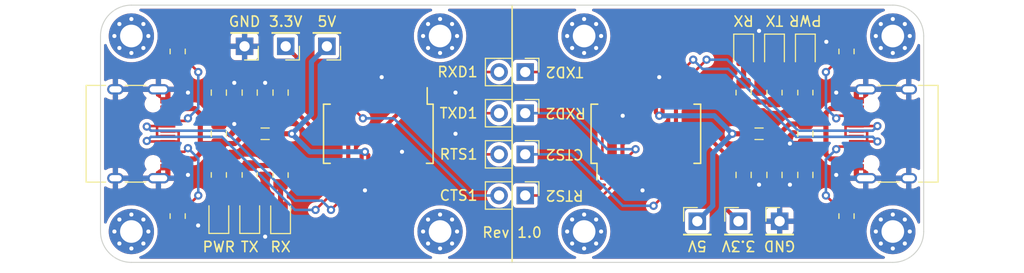
<source format=kicad_pcb>
(kicad_pcb (version 20211014) (generator pcbnew)
  (layers (0 "F.Cu" signal) (31 "B.Cu" signal) (34 "B.Paste" user) (35 "F.Paste" user) (36 "B.SilkS" user "B.Silkscreen") (37 "F.SilkS" user "F.Silkscreen") (38 "B.Mask" user) (39 "F.Mask" user) (44 "Edge.Cuts" user))
  (net 0 "")
  (net 1 "GND")
  (net 24 "Net-(C1-Pad2)")
  (net 25 "Net-(C2-Pad2)")
  (net 26 "Net-(C3-Pad2)")
  (net 27 "Net-(C4-Pad2)")
  (net 28 "Net-(C7-Pad1)")
  (net 29 "Net-(C8-Pad1)")
  (net 30 "Net-(D1-Pad1)")
  (net 31 "Net-(D1-Pad2)")
  (net 32 "Net-(D2-Pad2)")
  (net 33 "Net-(D2-Pad1)")
  (net 34 "Net-(D3-Pad1)")
  (net 35 "Net-(D3-Pad2)")
  (net 36 "Net-(D4-Pad2)")
  (net 37 "Net-(D4-Pad1)")
  (net 38 "Net-(D5-Pad2)")
  (net 39 "Net-(D6-Pad2)")
  (net 40 "Net-(FT1-Pad16)")
  (net 41 "Net-(FT1-Pad15)")
  (net 42 "Net-(FT1-Pad11)")
  (net 43 "Net-(FT1-Pad5)")
  (net 44 "Net-(FT1-Pad3)")
  (net 45 "Net-(FT1-Pad1)")
  (net 46 "Net-(FT2-Pad1)")
  (net 47 "Net-(FT2-Pad3)")
  (net 48 "Net-(FT2-Pad5)")
  (net 49 "Net-(FT2-Pad11)")
  (net 50 "Net-(FT2-Pad15)")
  (net 51 "Net-(FT2-Pad16)")
  (net 52 "Net-(J1-PadA5)")
  (net 53 "Net-(J1-PadB5)")
  (net 54 "Net-(J2-PadB5)")
  (net 55 "Net-(J2-PadA5)")
  (footprint "Package_SO:SSOP-28_5.3x10.2mm_P0.65mm" (layer "F.Cu") (at 124.5 90 -90)
    (fp_text reference "FT1" hide)
    (fp_text value "FT232RL")
  )
  (footprint "MountingHole:MountingHole_2.2mm_M2_Pad_Via" (layer "F.Cu") (at 144.5 99.5)
    (fp_text reference "REF**" hide)
    (fp_text value "MountingHole_2.2mm_M2_Pad_Via")
  )
  (footprint "Resistor_SMD:R_0805_2012Metric" (layer "F.Cu") (at 109 94 90)
    (fp_text reference "R5" hide)
    (fp_text value "560R")
  )
  (footprint "Resistor_SMD:R_0805_2012Metric" (layer "F.Cu") (at 105 98 90)
    (fp_text reference "R7" hide)
    (fp_text value "5.1kR")
  )
  (footprint "Connector_PinHeader_2.54mm:PinHeader_1x01_P2.54mm_Vertical" (layer "F.Cu") (at 111.5 81.5 180)
    (fp_text reference "TP5" hide)
    (fp_text value "TestPoint")
  )
  (footprint "Connector_PinHeader_2.54mm:PinHeader_1x01_P2.54mm_Vertical" (layer "F.Cu") (at 155.5 98.5)
    (fp_text reference "TP4" hide)
    (fp_text value "TestPoint")
  )
  (footprint "LED_SMD:LED_0805_2012Metric" (layer "F.Cu") (at 112 98 90)
    (fp_text reference "D3" hide)
    (fp_text value "LED")
  )
  (footprint "MountingHole:MountingHole_2.2mm_M2_Pad_Via" (layer "F.Cu") (at 144.5 80.5)
    (fp_text reference "REF**" hide)
    (fp_text value "MountingHole_2.2mm_M2_Pad_Via")
  )
  (footprint "Resistor_SMD:R_0805_2012Metric" (layer "F.Cu") (at 163 86 90)
    (fp_text reference "R4" hide)
    (fp_text value "560R")
  )
  (footprint "LED_SMD:LED_0805_2012Metric" (layer "F.Cu") (at 115 98.0125 90)
    (fp_text reference "D1" hide)
    (fp_text value "LED")
  )
  (footprint "Inductor_SMD:L_0805_2012Metric" (layer "F.Cu") (at 161.5 90)
    (fp_text reference "FB2" hide)
    (fp_text value "el")
  )
  (footprint "Connector_USB:USB_C_Receptacle_HRO_TYPE-C-31-M-12" (layer "F.Cu") (at 175 90 90)
    (fp_text reference "J2" hide)
    (fp_text value "USB_C_Receptacle_USB2.0")
  )
  (footprint "Connector_PinHeader_2.54mm:PinHeader_1x02_P2.54mm_Vertical" (layer "F.Cu") (at 138.775 92 -90)
    (fp_text reference "JP2" hide)
    (fp_text value "J_RTS1/CTS2")
  )
  (footprint "Resistor_SMD:R_0805_2012Metric" (layer "F.Cu") (at 115 94.0125 -90)
    (fp_text reference "R1" hide)
    (fp_text value "560R")
  )
  (footprint "Capacitor_SMD:C_0805_2012Metric" (layer "F.Cu") (at 115 86 -90)
    (fp_text reference "C1" hide)
    (fp_text value "100nF")
  )
  (footprint "Connector_PinHeader_2.54mm:PinHeader_1x01_P2.54mm_Vertical" (layer "F.Cu") (at 159.5 98.5)
    (fp_text reference "TP3" hide)
    (fp_text value "TestPoint")
  )
  (footprint "MountingHole:MountingHole_2.2mm_M2_Pad_Via" (layer "F.Cu") (at 130.5 99.5)
    (fp_text reference "REF**" hide)
    (fp_text value "MountingHole_2.2mm_M2_Pad_Via")
  )
  (footprint "MountingHole:MountingHole_2.2mm_M2_Pad_Via" (layer "F.Cu") (at 174.5 80.5)
    (fp_text reference "REF**" hide)
    (fp_text value "MountingHole_2.2mm_M2_Pad_Via")
  )
  (footprint "Resistor_SMD:R_0805_2012Metric" (layer "F.Cu") (at 166 86 -90)
    (fp_text reference "R6" hide)
    (fp_text value "560R")
  )
  (footprint "MountingHole:MountingHole_2.2mm_M2_Pad_Via" (layer "F.Cu") (at 130.5 80.5)
    (fp_text reference "REF**" hide)
    (fp_text value "MountingHole_2.2mm_M2_Pad_Via")
  )
  (footprint "Connector_PinHeader_2.54mm:PinHeader_1x02_P2.54mm_Vertical" (layer "F.Cu") (at 138.775 96 -90)
    (fp_text reference "JP1" hide)
    (fp_text value "J_CTS1/RTS2")
  )
  (footprint "MountingHole:MountingHole_2.2mm_M2_Pad_Via" (layer "F.Cu") (at 174.5 99.5)
    (fp_text reference "REF**" hide)
    (fp_text value "MountingHole_2.2mm_M2_Pad_Via")
  )
  (footprint "Capacitor_SMD:C_0805_2012Metric" (layer "F.Cu") (at 160 94 90)
    (fp_text reference "C2" hide)
    (fp_text value "100nF")
  )
  (footprint "Connector_PinHeader_2.54mm:PinHeader_1x01_P2.54mm_Vertical" (layer "F.Cu") (at 115.5 81.5 180)
    (fp_text reference "TP1" hide)
    (fp_text value "TestPoint")
  )
  (footprint "Connector_PinHeader_2.54mm:PinHeader_1x01_P2.54mm_Vertical" (layer "F.Cu") (at 119.5 81.5 180)
    (fp_text reference "TP2" hide)
    (fp_text value "TestPoint")
  )
  (footprint "LED_SMD:LED_0805_2012Metric" (layer "F.Cu") (at 160 82 -90)
    (fp_text reference "D2" hide)
    (fp_text value "LED")
  )
  (footprint "LED_SMD:LED_0805_2012Metric" (layer "F.Cu") (at 166 82 -90)
    (fp_text reference "D6" hide)
    (fp_text value "LED")
  )
  (footprint "Connector_PinHeader_2.54mm:PinHeader_1x01_P2.54mm_Vertical" (layer "F.Cu") (at 163.5 98.5)
    (fp_text reference "TP6" hide)
    (fp_text value "TestPoint")
  )
  (footprint "Resistor_SMD:R_0805_2012Metric" (layer "F.Cu") (at 105 82 -90)
    (fp_text reference "R9" hide)
    (fp_text value "5.1kR")
  )
  (footprint "Resistor_SMD:R_0805_2012Metric" (layer "F.Cu") (at 170 82 -90)
    (fp_text reference "R8" hide)
    (fp_text value "5.1kR")
  )
  (footprint "Capacitor_SMD:C_0805_2012Metric" (layer "F.Cu") (at 109 90 90)
    (fp_text reference "C7" hide)
    (fp_text value "10nF")
  )
  (footprint "Connector_USB:USB_C_Receptacle_HRO_TYPE-C-31-M-12" (layer "F.Cu") (at 100 90 -90)
    (fp_text reference "J1" hide)
    (fp_text value "USB_C_Receptacle_USB2.0")
  )
  (footprint "Capacitor_SMD:C_0805_2012Metric" (layer "F.Cu") (at 166 90 -90)
    (fp_text reference "C8" hide)
    (fp_text value "10nF")
  )
  (footprint "LED_SMD:LED_0805_2012Metric" (layer "F.Cu") (at 163 82 -90)
    (fp_text reference "D4" hide)
    (fp_text value "LED")
  )
  (footprint "Capacitor_SMD:C_0805_2012Metric" (layer "F.Cu") (at 163 94 -90)
    (fp_text reference "C6" hide)
    (fp_text value "4.7uF")
  )
  (footprint "Connector_PinHeader_2.54mm:PinHeader_1x02_P2.54mm_Vertical" (layer "F.Cu") (at 138.775 84 -90)
    (fp_text reference "JP3" hide)
    (fp_text value "J_RXD1/TXD2")
  )
  (footprint "Resistor_SMD:R_0805_2012Metric" (layer "F.Cu") (at 112 94 -90)
    (fp_text reference "R3" hide)
    (fp_text value "560R")
  )
  (footprint "Resistor_SMD:R_0805_2012Metric" (layer "F.Cu") (at 160 86 90)
    (fp_text reference "R2" hide)
    (fp_text value "560R")
  )
  (footprint "Capacitor_SMD:C_0805_2012Metric" (layer "F.Cu") (at 166 94 90)
    (fp_text reference "C4" hide)
    (fp_text value "100nF")
  )
  (footprint "Package_SO:SSOP-28_5.3x10.2mm_P0.65mm" (layer "F.Cu") (at 150.5 90 90)
    (fp_text reference "FT2" hide)
    (fp_text value "FT232RL")
  )
  (footprint "Connector_PinHeader_2.54mm:PinHeader_1x02_P2.54mm_Vertical" (layer "F.Cu") (at 138.775 88 -90)
    (fp_text reference "JP4" hide)
    (fp_text value "J_TXD1/RXD2")
  )
  (footprint "Inductor_SMD:L_0805_2012Metric" (layer "F.Cu") (at 113.5 90 180)
    (fp_text reference "FB1" hide)
    (fp_text value "el")
  )
  (footprint "Capacitor_SMD:C_0805_2012Metric" (layer "F.Cu") (at 109 86 -90)
    (fp_text reference "C3" hide)
    (fp_text value "100nF")
  )
  (footprint "LED_SMD:LED_0805_2012Metric" (layer "F.Cu") (at 109 98 90)
    (fp_text reference "D5" hide)
    (fp_text value "LED")
  )
  (footprint "MountingHole:MountingHole_2.2mm_M2_Pad_Via" (layer "F.Cu") (at 100.5 80.5)
    (fp_text reference "REF**" hide)
    (fp_text value "MountingHole_2.2mm_M2_Pad_Via")
  )
  (footprint "Capacitor_SMD:C_0805_2012Metric" (layer "F.Cu") (at 112 86 90)
    (fp_text reference "C5" hide)
    (fp_text value "4.7uF")
  )
  (footprint "MountingHole:MountingHole_2.2mm_M2_Pad_Via" (layer "F.Cu") (at 100.5 99.5)
    (fp_text reference "REF**" hide)
    (fp_text value "MountingHole_2.2mm_M2_Pad_Via")
  )
  (footprint "Resistor_SMD:R_0805_2012Metric" (layer "F.Cu") (at 170 98 90)
    (fp_text reference "R10" hide)
    (fp_text value "5.1kR")
  )
  (gr_line (start 137.5 77.5) (end 137.5 102.5) (layer "F.SilkS") (width 0.15))
  (gr_arc (start 100.5 102.5) (mid 98.37868 101.62132) (end 97.5 99.5) (layer "Edge.Cuts") (width 0.1))
  (gr_line (start 174.5 102.5) (end 137.5 102.5) (layer "Edge.Cuts") (width 0.1))
  (gr_arc (start 174.5 77.5) (mid 176.62132 78.37868) (end 177.5 80.5) (layer "Edge.Cuts") (width 0.1))
  (gr_line (start 97.5 80.5) (end 97.5 99.5) (layer "Edge.Cuts") (width 0.1))
  (gr_line (start 137.5 77.5) (end 174.5 77.5) (layer "Edge.Cuts") (width 0.1))
  (gr_arc (start 97.5 80.5) (mid 98.37868 78.37868) (end 100.5 77.5) (layer "Edge.Cuts") (width 0.1))
  (gr_line (start 137.5 102.5) (end 100.5 102.5) (layer "Edge.Cuts") (width 0.1))
  (gr_line (start 177.5 80.5) (end 177.5 99.5) (layer "Edge.Cuts") (width 0.1))
  (gr_arc (start 177.5 99.5) (mid 176.62132 101.62132) (end 174.5 102.5) (layer "Edge.Cuts") (width 0.1))
  (gr_line (start 100.5 77.5) (end 137.5 77.5) (layer "Edge.Cuts") (width 0.1))
  (gr_text "RXD1" (at 132.2 84) (layer "F.SilkS") (effects (font (size 1 1))))
  (gr_text "TXD1" (at 132.3 88) (layer "F.SilkS") (effects (font (size 1 1) (thickness 0.153))))
  (gr_text "5V" (at 155.5 100.9 180) (layer "F.SilkS") (effects (font (size 1 1) (thickness 0.153))))
  (gr_text "TX" (at 112 101) (layer "F.SilkS") (effects (font (size 1 1) (thickness 0.153))))
  (gr_text "PWR" (at 109 101) (layer "F.SilkS") (effects (font (size 1 1) (thickness 0.153))))
  (gr_text "5V" (at 119.5 79.1) (layer "F.SilkS") (effects (font (size 1 1) (thickness 0.153))))
  (gr_text "GND" (at 163.5 100.9 180) (layer "F.SilkS") (effects (font (size 1 1) (thickness 0.153))))
  (gr_text "TX" (at 163 79 180) (layer "F.SilkS") (effects (font (size 1 1) (thickness 0.153))))
  (gr_text "CTS1" (at 132.3 96) (layer "F.SilkS") (effects (font (size 1 1) (thickness 0.153))))
  (gr_text "PWR" (at 166 79 180) (layer "F.SilkS") (effects (font (size 1 1) (thickness 0.153))))
  (gr_text "GND" (at 111.5 79.1) (layer "F.SilkS") (effects (font (size 1 1) (thickness 0.153))))
  (gr_text "3.3V" (at 159.5 100.9 180) (layer "F.SilkS") (effects (font (size 1 1) (thickness 0.153))))
  (gr_text "RXD2" (at 142.7 88 180) (layer "F.SilkS") (effects (font (size 1 1) (thickness 0.153))))
  (gr_text "TXD2" (at 142.6 84 180) (layer "F.SilkS") (effects (font (size 1 1) (thickness 0.153))))
  (gr_text "RX" (at 160 79 180) (layer "F.SilkS") (effects (font (size 1 1) (thickness 0.153))))
  (gr_text "RTS2" (at 142.6 96 180) (layer "F.SilkS") (effects (font (size 1 1))))
  (gr_text "RTS1" (at 132.3 92) (layer "F.SilkS") (effects (font (size 1 1) (thickness 0.153))))
  (gr_text "RX" (at 115 101) (layer "F.SilkS") (effects (font (size 1 1) (thickness 0.153))))
  (gr_text "Rev 1.0" (at 137.5 99.6) (layer "F.SilkS") (effects (font (size 1 1))))
  (gr_text "CTS2" (at 142.6 92 180) (layer "F.SilkS") (effects (font (size 1 1))))
  (gr_text "3.3V" (at 115.5 79.1) (layer "F.SilkS") (effects (font (size 1 1) (thickness 0.153))))
  (segment (start 166 81.0625) (end 168.0375 81.0625) (width 0.5) (layer "F.Cu") (net 1))
  (segment (start 148.225 86.4) (end 148.225 88.25) (width 0.4) (layer "F.Cu") (net 1))
  (segment (start 122.9 95.5) (end 122.225 94.825) (width 0.4) (layer "F.Cu") (net 1))
  (segment (start 150.825 85.175) (end 150.825 86.4) (width 0.4) (layer "F.Cu") (net 1))
  (segment (start 166 90.95) (end 164.5 90.95) (width 0.5) (layer "F.Cu") (net 1))
  (segment (start 127.05 91.75) (end 127.425 92.125) (width 0.4) (layer "F.Cu") (net 1))
  (segment (start 110.5 85.05) (end 113.5 85.05) (width 0.5) (layer "F.Cu") (net 1))
  (segment (start 151.8 84.5) (end 151.5 84.5) (width 0.4) (layer "F.Cu") (net 1))
  (segment (start 105.25 86.75) (end 106 86) (width 0.5) (layer "F.Cu") (net 1))
  (segment (start 168.0375 81.0625) (end 169.975 81.0625) (width 0.5) (layer "F.Cu") (net 1))
  (segment (start 126.8 91.75) (end 124.55 91.75) (width 0.4) (layer "F.Cu") (net 1))
  (segment (start 113.5 85.05) (end 115 85.05) (width 0.5) (layer "F.Cu") (net 1))
  (segment (start 106.9875 98.9125) (end 108.975 98.9125) (width 0.5) (layer "F.Cu") (net 1))
  (segment (start 124.825 86.4) (end 124.825 84.5) (width 0.4) (layer "F.Cu") (net 1))
  (segment (start 169.75 93.25) (end 169 94) (width 0.5) (layer "F.Cu") (net 1))
  (segment (start 126.8 91.75) (end 127.05 91.75) (width 0.4) (layer "F.Cu") (net 1))
  (segment (start 148.25 88.25) (end 148.125 88.25) (width 0.4) (layer "F.Cu") (net 1))
  (segment (start 126.775 91.775) (end 126.775 93.6) (width 0.4) (layer "F.Cu") (net 1))
  (segment (start 104.045 93.25) (end 105.25 93.25) (width 0.5) (layer "F.Cu") (net 1))
  (segment (start 123.2 95.5) (end 123.5 95.5) (width 0.4) (layer "F.Cu") (net 1))
  (segment (start 148.125 88.25) (end 147.575 87.7) (width 0.4) (layer "F.Cu") (net 1))
  (segment (start 127.425 92.125) (end 127.425 93.6) (width 0.4) (layer "F.Cu") (net 1))
  (segment (start 151.5 84.5) (end 150.825 85.175) (width 0.4) (layer "F.Cu") (net 1))
  (segment (start 124.55 91.75) (end 124.175 92.125) (width 0.4) (layer "F.Cu") (net 1))
  (segment (start 170.955 86.75) (end 169.75 86.75) (width 0.5) (layer "F.Cu") (net 1))
  (segment (start 108.975 98.9125) (end 109 98.9375) (width 0.5) (layer "F.Cu") (net 1))
  (segment (start 123.5 95.5) (end 124.175 94.825) (width 0.4) (layer "F.Cu") (net 1))
  (segment (start 123.2 95.5) (end 122.9 95.5) (width 0.4) (layer "F.Cu") (net 1))
  (segment (start 169.975 81.0625) (end 170 81.0875) (width 0.5) (layer "F.Cu") (net 1))
  (segment (start 160 94.95) (end 161.5 94.95) (width 0.5) (layer "F.Cu") (net 1))
  (segment (start 126.8 91.75) (end 126.775 91.775) (width 0.4) (layer "F.Cu") (net 1))
  (segment (start 122.225 94.825) (end 122.225 93.6) (width 0.4) (layer "F.Cu") (net 1))
  (segment (start 105 98.9125) (end 106.9875 98.9125) (width 0.5) (layer "F.Cu") (net 1))
  (segment (start 109 89.05) (end 110.5 89.05) (width 0.5) (layer "F.Cu") (net 1))
  (segment (start 150.175 93.6) (end 150.175 95.5) (width 0.4) (layer "F.Cu") (net 1))
  (segment (start 150.25 88.25) (end 150.825 87.675) (width 0.4) (layer "F.Cu") (net 1))
  (segment (start 164.5 94.95) (end 166 94.95) (width 0.5) (layer "F.Cu") (net 1))
  (segment (start 161.5 94.95) (end 163 94.95) (width 0.5) (layer "F.Cu") (net 1))
  (segment (start 148.25 88.25) (end 150.25 88.25) (width 0.4) (layer "F.Cu") (net 1))
  (segment (start 147.575 87.7) (end 147.575 86.4) (width 0.4) (layer "F.Cu") (net 1))
  (segment (start 152.775 85.175) (end 152.775 86.4) (width 0.4) (layer "F.Cu") (net 1))
  (segment (start 152.1 84.5) (end 152.775 85.175) (width 0.4) (layer "F.Cu") (net 1))
  (segment (start 105.25 93.25) (end 106 94) (width 0.5) (layer "F.Cu") (net 1))
  (segment (start 124.175 92.125) (end 124.175 93.6) (width 0.4) (layer "F.Cu") (net 1))
  (segment (start 124.175 94.825) (end 124.175 93.6) (width 0.4) (layer "F.Cu") (net 1))
  (segment (start 170.955 93.25) (end 169.75 93.25) (width 0.5) (layer "F.Cu") (net 1))
  (segment (start 163 94.95) (end 164.5 94.95) (width 0.5) (layer "F.Cu") (net 1))
  (segment (start 148.225 88.25) (end 148.125 88.25) (width 0.4) (layer "F.Cu") (net 1))
  (segment (start 109 85.05) (end 110.5 85.05) (width 0.5) (layer "F.Cu") (net 1))
  (segment (start 169.75 86.75) (end 169 86) (width 0.5) (layer "F.Cu") (net 1))
  (segment (start 151.8 84.5) (end 152.1 84.5) (width 0.4) (layer "F.Cu") (net 1))
  (segment (start 104.045 86.75) (end 105.25 86.75) (width 0.5) (layer "F.Cu") (net 1))
  (segment (start 150.825 87.675) (end 150.825 86.4) (width 0.4) (layer "F.Cu") (net 1))
  (via (at 113.5 100) (size 0.8) (drill 0.4) (layers "F.Cu" "B.Cu") (net 1))
  (via (at 106 94) (size 0.8) (drill 0.4) (layers "F.Cu" "B.Cu") (net 1))
  (via (at 151.8 84.5) (size 0.8) (drill 0.4) (layers "F.Cu" "B.Cu") (net 1))
  (via (at 110.5 89.05) (size 0.8) (drill 0.4) (layers "F.Cu" "B.Cu") (net 1))
  (via (at 113.5 85.05) (size 0.8) (drill 0.4) (layers "F.Cu" "B.Cu") (net 1))
  (via (at 132 86) (size 0.8) (drill 0.4) (layers "F.Cu" "B.Cu") (net 1))
  (via (at 150.175 95.5) (size 0.8) (drill 0.4) (layers "F.Cu" "B.Cu") (net 1))
  (via (at 124.825 84.5) (size 0.8) (drill 0.4) (layers "F.Cu" "B.Cu") (net 1))
  (via (at 132 90) (size 0.8) (drill 0.4) (layers "F.Cu" "B.Cu") (net 1))
  (via (at 164.5 94.95) (size 0.8) (drill 0.4) (layers "F.Cu" "B.Cu") (net 1))
  (via (at 106 86) (size 0.8) (drill 0.4) (layers "F.Cu" "B.Cu") (net 1))
  (via (at 126.8 91.75) (size 0.8) (drill 0.4) (layers "F.Cu" "B.Cu") (net 1))
  (via (at 148.25 88.25) (size 0.8) (drill 0.4) (layers "F.Cu" "B.Cu") (net 1))
  (via (at 106.9875 98.9125) (size 0.8) (drill 0.4) (layers "F.Cu" "B.Cu") (net 1))
  (via (at 168.0375 81.0625) (size 0.8) (drill 0.4) (layers "F.Cu" "B.Cu") (net 1))
  (via (at 110.5 85.05) (size 0.8) (drill 0.4) (layers "F.Cu" "B.Cu") (net 1))
  (via (at 169 86) (size 0.8) (drill 0.4) (layers "F.Cu" "B.Cu") (net 1))
  (via (at 161.5 94.95) (size 0.8) (drill 0.4) (layers "F.Cu" "B.Cu") (net 1))
  (via (at 164.5 90.95) (size 0.8) (drill 0.4) (layers "F.Cu" "B.Cu") (net 1))
  (via (at 169 94) (size 0.8) (drill 0.4) (layers "F.Cu" "B.Cu") (net 1))
  (via (at 161.5 80) (size 0.8) (drill 0.4) (layers "F.Cu" "B.Cu") (net 1))
  (via (at 123.2 95.5) (size 0.8) (drill 0.4) (layers "F.Cu" "B.Cu") (net 1))
  (segment (start 124.35 90.1) (end 121.575 90.1) (width 0.4) (layer "F.Cu") (net 24))
  (segment (start 115 86.95) (end 116.75 86.95) (width 0.4) (layer "F.Cu") (net 24))
  (segment (start 115.5 81.5) (end 116.75 82.75) (width 0.4) (layer "F.Cu") (net 24))
  (segment (start 116.75 88.1) (end 118.75 90.1) (width 0.4) (layer "F.Cu") (net 24))
  (segment (start 126.775 87.675) (end 124.35 90.1) (width 0.4) (layer "F.Cu") (net 24))
  (segment (start 116.75 82.75) (end 116.75 88.1) (width 0.4) (layer "F.Cu") (net 24))
  (segment (start 118.75 90.1) (end 121.575 90.1) (width 0.4) (layer "F.Cu") (net 24))
  (segment (start 126.775 86.4) (end 126.775 87.675) (width 0.4) (layer "F.Cu") (net 24))
  (segment (start 121.575 90.1) (end 121.575 93.6) (width 0.4) (layer "F.Cu") (net 24))
  (segment (start 148.225 91.025) (end 148.225 93.6) (width 0.4) (layer "F.Cu") (net 25))
  (segment (start 156.25 90) (end 149.25 90) (width 0.4) (layer "F.Cu") (net 25))
  (segment (start 159.5 98.5) (end 158.25 97.25) (width 0.4) (layer "F.Cu") (net 25))
  (segment (start 149.25 90) (end 148.225 91.025) (width 0.4) (layer "F.Cu") (net 25))
  (segment (start 153.425 86.4) (end 153.425 90) (width 0.4) (layer "F.Cu") (net 25))
  (segment (start 160 93.05) (end 158.25 93.05) (width 0.4) (layer "F.Cu") (net 25))
  (segment (start 158.25 97.25) (end 158.25 92) (width 0.4) (layer "F.Cu") (net 25))
  (segment (start 158.25 92) (end 156.25 90) (width 0.4) (layer "F.Cu") (net 25))
  (segment (start 123.2 91.75) (end 123.525 92.075) (width 0.4) (layer "F.Cu") (net 26))
  (segment (start 123.525 92.075) (end 123.525 93.6) (width 0.4) (layer "F.Cu") (net 26))
  (segment (start 114.9875 93.0875) (end 115 93.1) (width 0.5) (layer "F.Cu") (net 26))
  (segment (start 114.5625 90) (end 114.5625 89.1) (width 0.5) (layer "F.Cu") (net 26))
  (segment (start 112 88) (end 112 86.95) (width 0.5) (layer "F.Cu") (net 26))
  (segment (start 112 93.0875) (end 114.9875 93.0875) (width 0.5) (layer "F.Cu") (net 26))
  (segment (start 112.5 88.5) (end 112 88) (width 0.5) (layer "F.Cu") (net 26))
  (segment (start 122.875 92.075) (end 122.875 93.6) (width 0.4) (layer "F.Cu") (net 26))
  (segment (start 114.5625 90) (end 114.5625 89.0625) (width 0.5) (layer "F.Cu") (net 26))
  (segment (start 115 91.8) (end 114.5625 91.3625) (width 0.5) (layer "F.Cu") (net 26))
  (segment (start 114.5625 91.3625) (end 114.5625 90) (width 0.5) (layer "F.Cu") (net 26))
  (segment (start 116.1 90) (end 114.5625 90) (width 0.5) (layer "F.Cu") (net 26))
  (segment (start 109 86.95) (end 112 86.95) (width 0.5) (layer "F.Cu") (net 26))
  (segment (start 112 93.0875) (end 109 93.0875) (width 0.5) (layer "F.Cu") (net 26))
  (segment (start 123.2 91.75) (end 122.875 92.075) (width 0.4) (layer "F.Cu") (net 26))
  (segment (start 114.5625 89.0625) (end 114 88.5) (width 0.5) (layer "F.Cu") (net 26))
  (segment (start 115 93.0875) (end 115 91.8) (width 0.5) (layer "F.Cu") (net 26))
  (segment (start 114 88.5) (end 112.5 88.5) (width 0.5) (layer "F.Cu") (net 26))
  (via (at 116.1 90) (size 0.8) (drill 0.4) (layers "F.Cu" "B.Cu") (net 26))
  (via (at 123.2 91.75) (size 0.8) (drill 0.4) (layers "F.Cu" "B.Cu") (net 26))
  (segment (start 118 83) (end 119.5 81.5) (width 0.5) (layer "B.Cu") (net 26))
  (segment (start 117.85 91.75) (end 116.1 90) (width 0.5) (layer "B.Cu") (net 26))
  (segment (start 123.2 91.75) (end 117.85 91.75) (width 0.5) (layer "B.Cu") (net 26))
  (segment (start 118 88.1) (end 118 83) (width 0.5) (layer "B.Cu") (net 26))
  (segment (start 116.1 90) (end 118 88.1) (width 0.5) (layer "B.Cu") (net 26))
  (segment (start 160.4375 90) (end 160.4375 90.9375) (width 0.5) (layer "F.Cu") (net 27))
  (segment (start 160 86.9125) (end 163 86.9125) (width 0.5) (layer "F.Cu") (net 27))
  (segment (start 160 88.2) (end 160 86.9125) (width 0.5) (layer "F.Cu") (net 27))
  (segment (start 160.4375 88.6375) (end 160 88.2) (width 0.5) (layer "F.Cu") (net 27))
  (segment (start 162.5 91.5) (end 163 92) (width 0.5) (layer "F.Cu") (net 27))
  (segment (start 160.4375 90.9375) (end 161 91.5) (width 0.5) (layer "F.Cu") (net 27))
  (segment (start 151.475 87.925) (end 151.475 86.4) (width 0.4) (layer "F.Cu") (net 27))
  (segment (start 151.8 88.25) (end 152.125 87.925) (width 0.4) (layer "F.Cu") (net 27))
  (segment (start 161 91.5) (end 162.5 91.5) (width 0.5) (layer "F.Cu") (net 27))
  (segment (start 163 93.05) (end 166 93.05) (width 0.5) (layer "F.Cu") (net 27))
  (segment (start 163 86.9125) (end 166 86.9125) (width 0.5) (layer "F.Cu") (net 27))
  (segment (start 160.4375 90) (end 160.4375 88.6375) (width 0.5) (layer "F.Cu") (net 27))
  (segment (start 163 92) (end 163 93.05) (width 0.5) (layer "F.Cu") (net 27))
  (segment (start 152.125 87.925) (end 152.125 86.4) (width 0.4) (layer "F.Cu") (net 27))
  (segment (start 160.4375 90) (end 158.9 90) (width 0.5) (layer "F.Cu") (net 27))
  (segment (start 151.8 88.25) (end 151.475 87.925) (width 0.4) (layer "F.Cu") (net 27))
  (via (at 158.9 90) (size 0.8) (drill 0.4) (layers "F.Cu" "B.Cu") (net 27))
  (via (at 151.8 88.25) (size 0.8) (drill 0.4) (layers "F.Cu" "B.Cu") (net 27))
  (segment (start 157 91.9) (end 157 97) (width 0.5) (layer "B.Cu") (net 27))
  (segment (start 157 97) (end 155.5 98.5) (width 0.5) (layer "B.Cu") (net 27))
  (segment (start 151.8 88.25) (end 157.15 88.25) (width 0.5) (layer "B.Cu") (net 27))
  (segment (start 157.15 88.25) (end 158.9 90) (width 0.5) (layer "B.Cu") (net 27))
  (segment (start 158.9 90) (end 157 91.9) (width 0.5) (layer "B.Cu") (net 27))
  (segment (start 111.5 90) (end 112.4375 90) (width 0.5) (layer "F.Cu") (net 28))
  (segment (start 106.65 92.45) (end 107.2 91.9) (width 0.5) (layer "F.Cu") (net 28))
  (segment (start 106.65 87.55) (end 104.045 87.55) (width 0.5) (layer "F.Cu") (net 28))
  (segment (start 110.55 90.95) (end 111.5 90) (width 0.5) (layer "F.Cu") (net 28))
  (segment (start 107.2 90.95) (end 109 90.95) (width 0.5) (layer "F.Cu") (net 28))
  (segment (start 107.2 91.9) (end 107.2 88.1) (width 0.5) (layer "F.Cu") (net 28))
  (segment (start 107.2 88.1) (end 106.65 87.55) (width 0.5) (layer "F.Cu") (net 28))
  (segment (start 104.045 92.45) (end 106.65 92.45) (width 0.5) (layer "F.Cu") (net 28))
  (segment (start 109 90.95) (end 110.55 90.95) (width 0.5) (layer "F.Cu") (net 28))
  (segment (start 168 88) (end 168 89) (width 0.5) (layer "F.Cu") (net 29))
  (segment (start 168.45 87.55) (end 168 88) (width 0.5) (layer "F.Cu") (net 29))
  (segment (start 166 89.05) (end 167.95 89.05) (width 0.5) (layer "F.Cu") (net 29))
  (segment (start 164.45 89.05) (end 163.5 90) (width 0.5) (layer "F.Cu") (net 29))
  (segment (start 166 89.05) (end 164.45 89.05) (width 0.5) (layer "F.Cu") (net 29))
  (segment (start 170.955 87.55) (end 168.45 87.55) (width 0.5) (layer "F.Cu") (net 29))
  (segment (start 167.95 89.05) (end 168 89) (width 0.5) (layer "F.Cu") (net 29))
  (segment (start 168 92) (end 168.45 92.45) (width 0.5) (layer "F.Cu") (net 29))
  (segment (start 168 89) (end 168 92) (width 0.5) (layer "F.Cu") (net 29))
  (segment (start 163.5 90) (end 162.5625 90) (width 0.5) (layer "F.Cu") (net 29))
  (segment (start 168.45 92.45) (end 170.955 92.45) (width 0.5) (layer "F.Cu") (net 29))
  (segment (start 115 98.95) (end 115 100) (width 0.25) (layer "F.Cu") (net 30))
  (segment (start 115.5 100.5) (end 123.5 100.5) (width 0.25) (layer "F.Cu") (net 30))
  (segment (start 123.5 100.5) (end 124.825 99.175) (width 0.25) (layer "F.Cu") (net 30))
  (segment (start 115 100) (end 115.5 100.5) (width 0.25) (layer "F.Cu") (net 30))
  (segment (start 124.825 99.175) (end 124.825 93.6) (width 0.25) (layer "F.Cu") (net 30))
  (segment (start 115 94.925) (end 115 97.075) (width 0.5) (layer "F.Cu") (net 31))
  (segment (start 160 82.9375) (end 160 85.0875) (width 0.5) (layer "F.Cu") (net 32))
  (segment (start 160 81.0625) (end 160 80) (width 0.25) (layer "F.Cu") (net 33))
  (segment (start 160 80) (end 159.5 79.5) (width 0.25) (layer "F.Cu") (net 33))
  (segment (start 150.175 80.9125) (end 150.175 86.4) (width 0.25) (layer "F.Cu") (net 33))
  (segment (start 151.5875 79.5) (end 150.175 80.9125) (width 0.25) (layer "F.Cu") (net 33))
  (segment (start 159.5 79.5) (end 151.5875 79.5) (width 0.25) (layer "F.Cu") (net 33))
  (segment (start 123.8 101.2) (end 125.475 99.525) (width 0.25) (layer "F.Cu") (net 34))
  (segment (start 112 98.9375) (end 112 100.5) (width 0.25) (layer "F.Cu") (net 34))
  (segment (start 112.7 101.2) (end 123.8 101.2) (width 0.25) (layer "F.Cu") (net 34))
  (segment (start 125.475 99.525) (end 125.475 93.6) (width 0.25) (layer "F.Cu") (net 34))
  (segment (start 112 100.5) (end 112.7 101.2) (width 0.25) (layer "F.Cu") (net 34))
  (segment (start 112 94.9125) (end 112 97.0625) (width 0.5) (layer "F.Cu") (net 35))
  (segment (start 163 85.0875) (end 163 82.9375) (width 0.5) (layer "F.Cu") (net 36))
  (segment (start 149.525 80.575) (end 149.525 86.4) (width 0.25) (layer "F.Cu") (net 37))
  (segment (start 163 79.5) (end 162.3 78.8) (width 0.25) (layer "F.Cu") (net 37))
  (segment (start 151.3 78.8) (end 149.525 80.575) (width 0.25) (layer "F.Cu") (net 37))
  (segment (start 163 81.0625) (end 163 79.5) (width 0.25) (layer "F.Cu") (net 37))
  (segment (start 162.3 78.8) (end 151.3 78.8) (width 0.25) (layer "F.Cu") (net 37))
  (segment (start 109 94.9125) (end 109 97.0625) (width 0.5) (layer "F.Cu") (net 38))
  (segment (start 166 82.9375) (end 166 85.0875) (width 0.5) (layer "F.Cu") (net 39))
  (segment (start 120.925 96.375) (end 120.925 93.6) (width 0.25) (layer "F.Cu") (net 40))
  (segment (start 103.020978 89.25) (end 102.995489 89.275489) (width 0.25) (layer "F.Cu") (net 40))
  (segment (start 102 89.3) (end 102.05 89.25) (width 0.25) (layer "F.Cu") (net 40))
  (segment (start 102.995489 90.224511) (end 103.020978 90.25) (width 0.25) (layer "F.Cu") (net 40))
  (segment (start 102.995489 89.275489) (end 102.995489 90.224511) (width 0.25) (layer "F.Cu") (net 40))
  (segment (start 119.9 97.4) (end 120.925 96.375) (width 0.25) (layer "F.Cu") (net 40))
  (segment (start 102.05 89.25) (end 104.045 89.25) (width 0.25) (layer "F.Cu") (net 40))
  (segment (start 103.020978 90.25) (end 104.045 90.25) (width 0.25) (layer "F.Cu") (net 40))
  (segment (start 104.045 89.25) (end 103.020978 89.25) (width 0.25) (layer "F.Cu") (net 40))
  (via (at 102 89.3) (size 0.8) (drill 0.4) (layers "F.Cu" "B.Cu") (net 40))
  (via (at 119.9 97.4) (size 0.8) (drill 0.4) (layers "F.Cu" "B.Cu") (net 40))
  (segment (start 102.4 89.7) (end 102 89.3) (width 0.25) (layer "B.Cu") (net 40))
  (segment (start 116.4 96.5) (end 109.6 89.7) (width 0.25) (layer "B.Cu") (net 40))
  (segment (start 119.9 97.4) (end 119 96.5) (width 0.25) (layer "B.Cu") (net 40))
  (segment (start 119 96.5) (end 116.4 96.5) (width 0.25) (layer "B.Cu") (net 40))
  (segment (start 109.6 89.7) (end 102.4 89.7) (width 0.25) (layer "B.Cu") (net 40))
  (segment (start 105.094511 89.775489) (end 105.094511 90.724511) (width 0.25) (layer "F.Cu") (net 41))
  (segment (start 105.069022 90.75) (end 104.045 90.75) (width 0.25) (layer "F.Cu") (net 41))
  (segment (start 104.045 89.75) (end 105.069022 89.75) (width 0.25) (layer "F.Cu") (net 41))
  (segment (start 102.05 90.75) (end 104.045 90.75) (width 0.25) (layer "F.Cu") (net 41))
  (segment (start 105.094511 90.724511) (end 105.069022 90.75) (width 0.25) (layer "F.Cu") (net 41))
  (segment (start 105.069022 89.75) (end 105.094511 89.775489) (width 0.25) (layer "F.Cu") (net 41))
  (segment (start 118.4 97.4) (end 120.275 95.525) (width 0.25) (layer "F.Cu") (net 41))
  (segment (start 120.275 95.525) (end 120.275 93.6) (width 0.25) (layer "F.Cu") (net 41))
  (segment (start 102 90.7) (end 102.05 90.75) (width 0.25) (layer "F.Cu") (net 41))
  (via (at 102 90.7) (size 0.8) (drill 0.4) (layers "F.Cu" "B.Cu") (net 41))
  (via (at 118.4 97.4) (size 0.8) (drill 0.4) (layers "F.Cu" "B.Cu") (net 41))
  (segment (start 116.4 97.4) (end 109.3 90.3) (width 0.25) (layer "B.Cu") (net 41))
  (segment (start 102.4 90.3) (end 102 90.7) (width 0.25) (layer "B.Cu") (net 41))
  (segment (start 109.3 90.3) (end 102.4 90.3) (width 0.25) (layer "B.Cu") (net 41))
  (segment (start 118.4 97.4) (end 116.4 97.4) (width 0.25) (layer "B.Cu") (net 41))
  (segment (start 122.225 86.4) (end 122.225 87.725) (width 0.25) (layer "F.Cu") (net 42))
  (segment (start 122.225 87.725) (end 123 88.5) (width 0.25) (layer "F.Cu") (net 42))
  (via (at 123 88.5) (size 0.8) (drill 0.4) (layers "F.Cu" "B.Cu") (net 42))
  (segment (start 126 88.5) (end 123 88.5) (width 0.25) (layer "B.Cu") (net 42))
  (segment (start 136.235 96) (end 133.5 96) (width 0.25) (layer "B.Cu") (net 42))
  (segment (start 133.5 96) (end 126 88.5) (width 0.25) (layer "B.Cu") (net 42))
  (segment (start 126.125 85.300978) (end 126.125 86.4) (width 0.25) (layer "F.Cu") (net 43))
  (segment (start 127.425978 84) (end 126.125 85.300978) (width 0.25) (layer "F.Cu") (net 43))
  (segment (start 136.235 84) (end 127.425978 84) (width 0.25) (layer "F.Cu") (net 43))
  (segment (start 127.425 87.925) (end 131.5 92) (width 0.25) (layer "F.Cu") (net 44))
  (segment (start 131.5 92) (end 136.235 92) (width 0.25) (layer "F.Cu") (net 44))
  (segment (start 127.425 86.4) (end 127.425 87.925) (width 0.25) (layer "F.Cu") (net 44))
  (segment (start 129 88) (end 136.235 88) (width 0.25) (layer "F.Cu") (net 45))
  (segment (start 128.725 86.4) (end 128.725 87.725) (width 0.25) (layer "F.Cu") (net 45))
  (segment (start 128.725 87.725) (end 129 88) (width 0.25) (layer "F.Cu") (net 45))
  (segment (start 138.775 84) (end 141.1 84) (width 0.25) (layer "F.Cu") (net 46))
  (segment (start 146.275 89.175) (end 146.275 93.6) (width 0.25) (layer "F.Cu") (net 46))
  (segment (start 141.1 84) (end 146.275 89.175) (width 0.25) (layer "F.Cu") (net 46))
  (segment (start 146.3 96) (end 147.575 94.725) (width 0.25) (layer "F.Cu") (net 47))
  (segment (start 138.775 96) (end 146.3 96) (width 0.25) (layer "F.Cu") (net 47))
  (segment (start 147.575 94.725) (end 147.575 93.6) (width 0.25) (layer "F.Cu") (net 47))
  (segment (start 148.875 93.6) (end 148.875 92.125) (width 0.25) (layer "F.Cu") (net 48))
  (segment (start 148.875 92.125) (end 149.5 91.5) (width 0.25) (layer "F.Cu") (net 48))
  (via (at 149.5 91.5) (size 0.8) (drill 0.4) (layers "F.Cu" "B.Cu") (net 48))
  (segment (start 149.5 91.5) (end 146.75 91.5) (width 0.25) (layer "B.Cu") (net 48))
  (segment (start 143.25 88) (end 138.775 88) (width 0.25) (layer "B.Cu") (net 48))
  (segment (start 146.75 91.5) (end 143.25 88) (width 0.25) (layer "B.Cu") (net 48))
  (segment (start 152.75 93.625) (end 152.775 93.6) (width 0.25) (layer "F.Cu") (net 49))
  (segment (start 151.25 97) (end 152.75 95.5) (width 0.25) (layer "F.Cu") (net 49))
  (segment (start 152.75 95.5) (end 152.75 93.625) (width 0.25) (layer "F.Cu") (net 49))
  (via (at 151.25 97) (size 0.8) (drill 0.4) (layers "F.Cu" "B.Cu") (net 49))
  (segment (start 151.25 97) (end 148.25 97) (width 0.25) (layer "B.Cu") (net 49))
  (segment (start 143.25 92) (end 138.775 92) (width 0.25) (layer "B.Cu") (net 49))
  (segment (start 148.25 97) (end 143.25 92) (width 0.25) (layer "B.Cu") (net 49))
  (segment (start 170.955 89.25) (end 169.930978 89.25) (width 0.25) (layer "F.Cu") (net 50))
  (segment (start 154.725 84.475) (end 154.725 86.4) (width 0.25) (layer "F.Cu") (net 50))
  (segment (start 156.4 82.8) (end 154.725 84.475) (width 0.25) (layer "F.Cu") (net 50))
  (segment (start 169.930978 89.25) (end 169.905489 89.275489) (width 0.25) (layer "F.Cu") (net 50))
  (segment (start 169.905489 90.224511) (end 169.930978 90.25) (width 0.25) (layer "F.Cu") (net 50))
  (segment (start 169.905489 89.275489) (end 169.905489 90.224511) (width 0.25) (layer "F.Cu") (net 50))
  (segment (start 169.930978 90.25) (end 170.955 90.25) (width 0.25) (layer "F.Cu") (net 50))
  (segment (start 170.955 89.25) (end 173 89.25) (width 0.25) (layer "F.Cu") (net 50))
  (via (at 156.4 82.8) (size 0.8) (drill 0.4) (layers "F.Cu" "B.Cu") (net 50))
  (via (at 173 89.25) (size 0.8) (drill 0.4) (layers "F.Cu" "B.Cu") (net 50))
  (segment (start 172.55 89.7) (end 173 89.25) (width 0.25) (layer "B.Cu") (net 50))
  (segment (start 158.4 82.8) (end 165.3 89.7) (width 0.25) (layer "B.Cu") (net 50))
  (segment (start 165.3 89.7) (end 172.55 89.7) (width 0.25) (layer "B.Cu") (net 50))
  (segment (start 156.4 82.8) (end 158.4 82.8) (width 0.25) (layer "B.Cu") (net 50))
  (segment (start 171.979022 90.75) (end 170.955 90.75) (width 0.25) (layer "F.Cu") (net 51))
  (segment (start 170.955 89.75) (end 171.979022 89.75) (width 0.25) (layer "F.Cu") (net 51))
  (segment (start 172.004511 89.775489) (end 172.004511 90.724511) (width 0.25) (layer "F.Cu") (net 51))
  (segment (start 170.955 90.75) (end 173 90.75) (width 0.25) (layer "F.Cu") (net 51))
  (segment (start 171.979022 89.75) (end 172.004511 89.775489) (width 0.25) (layer "F.Cu") (net 51))
  (segment (start 172.004511 90.724511) (end 171.979022 90.75) (width 0.25) (layer "F.Cu") (net 51))
  (segment (start 155.1 82.8) (end 154.075 83.825) (width 0.25) (layer "F.Cu") (net 51))
  (segment (start 154.075 83.825) (end 154.075 86.4) (width 0.25) (layer "F.Cu") (net 51))
  (via (at 173 90.75) (size 0.8) (drill 0.4) (layers "F.Cu" "B.Cu") (net 51))
  (via (at 155.1 82.8) (size 0.8) (drill 0.4) (layers "F.Cu" "B.Cu") (net 51))
  (segment (start 155.1 82.8) (end 156 83.7) (width 0.25) (layer "B.Cu") (net 51))
  (segment (start 156 83.7) (end 158.5 83.7) (width 0.25) (layer "B.Cu") (net 51))
  (segment (start 165.1 90.3) (end 172.55 90.3) (width 0.25) (layer "B.Cu") (net 51))
  (segment (start 158.5 83.7) (end 165.1 90.3) (width 0.25) (layer "B.Cu") (net 51))
  (segment (start 172.55 90.3) (end 173 90.75) (width 0.25) (layer "B.Cu") (net 51))
  (segment (start 105.75 88.75) (end 104.045 88.75) (width 0.25) (layer "F.Cu") (net 52))
  (segment (start 105 82.9125) (end 105.9125 82.9125) (width 0.25) (layer "F.Cu") (net 52))
  (segment (start 105.9125 82.9125) (end 107 84) (width 0.25) (layer "F.Cu") (net 52))
  (segment (start 106 88.5) (end 105.75 88.75) (width 0.25) (layer "F.Cu") (net 52))
  (via (at 107 84) (size 0.8) (drill 0.4) (layers "F.Cu" "B.Cu") (net 52))
  (via (at 106 88.5) (size 0.8) (drill 0.4) (layers "F.Cu" "B.Cu") (net 52))
  (segment (start 107 87.5) (end 107 84) (width 0.25) (layer "B.Cu") (net 52))
  (segment (start 106 88.5) (end 107 87.5) (width 0.25) (layer "B.Cu") (net 52))
  (segment (start 105.65 91.75) (end 104.045 91.75) (width 0.25) (layer "F.Cu") (net 53))
  (segment (start 105 97.0875) (end 105.9125 97.0875) (width 0.25) (layer "F.Cu") (net 53))
  (segment (start 105.9125 97.0875) (end 107 96) (width 0.25) (layer "F.Cu") (net 53))
  (segment (start 106 91.4) (end 105.65 91.75) (width 0.25) (layer "F.Cu") (net 53))
  (via (at 107 96) (size 0.8) (drill 0.4) (layers "F.Cu" "B.Cu") (net 53))
  (via (at 106 91.4) (size 0.8) (drill 0.4) (layers "F.Cu" "B.Cu") (net 53))
  (segment (start 107 92.4) (end 107 96) (width 0.25) (layer "B.Cu") (net 53))
  (segment (start 106 91.4) (end 107 92.4) (width 0.25) (layer "B.Cu") (net 53))
  (segment (start 169.25 88.25) (end 169 88.5) (width 0.25) (layer "F.Cu") (net 54))
  (segment (start 170 82.9125) (end 169.0875 82.9125) (width 0.25) (layer "F.Cu") (net 54))
  (segment (start 169.0875 82.9125) (end 168 84) (width 0.25) (layer "F.Cu") (net 54))
  (segment (start 170.955 88.25) (end 169.25 88.25) (width 0.25) (layer "F.Cu") (net 54))
  (via (at 169 88.5) (size 0.8) (drill 0.4) (layers "F.Cu" "B.Cu") (net 54))
  (via (at 168 84) (size 0.8) (drill 0.4) (layers "F.Cu" "B.Cu") (net 54))
  (segment (start 168 87.5) (end 169 88.5) (width 0.25) (layer "B.Cu") (net 54))
  (segment (start 168 84) (end 168 87.5) (width 0.25) (layer "B.Cu") (net 54))
  (segment (start 169.0875 97.0875) (end 168 96) (width 0.25) (layer "F.Cu") (net 55))
  (segment (start 170.955 91.25) (end 169.25 91.25) (width 0.25) (layer "F.Cu") (net 55))
  (segment (start 169.25 91.25) (end 169 91.5) (width 0.25) (layer "F.Cu") (net 55))
  (segment (start 170 97.0875) (end 169.0875 97.0875) (width 0.25) (layer "F.Cu") (net 55))
  (via (at 169 91.5) (size 0.8) (drill 0.4) (layers "F.Cu" "B.Cu") (net 55))
  (via (at 168 96) (size 0.8) (drill 0.4) (layers "F.Cu" "B.Cu") (net 55))
  (segment (start 168 92.5) (end 168 96) (width 0.25) (layer "B.Cu") (net 55))
  (segment (start 169 91.5) (end 168 92.5) (width 0.25) (layer "B.Cu") (net 55))
  (zone (net 1) (net_name "GND") (layer "F.Cu") (connect_pads (clearance 0.35)) (min_thickness 0.254) (fill yes (thermal_gap 0.508) (thermal_bridge_width 0.508))
    (polygon (pts (xy 178 103) (xy 97 103) (xy 97 77) (xy 178 77)))
  )
  (zone (net 1) (net_name "GND") (layer "B.Cu") (connect_pads (clearance 0.35)) (min_thickness 0.254) (fill yes (thermal_gap 0.508) (thermal_bridge_width 0.508))
    (polygon (pts (xy 178 103) (xy 97 103) (xy 97 77) (xy 178 77)))
  )
)
</source>
